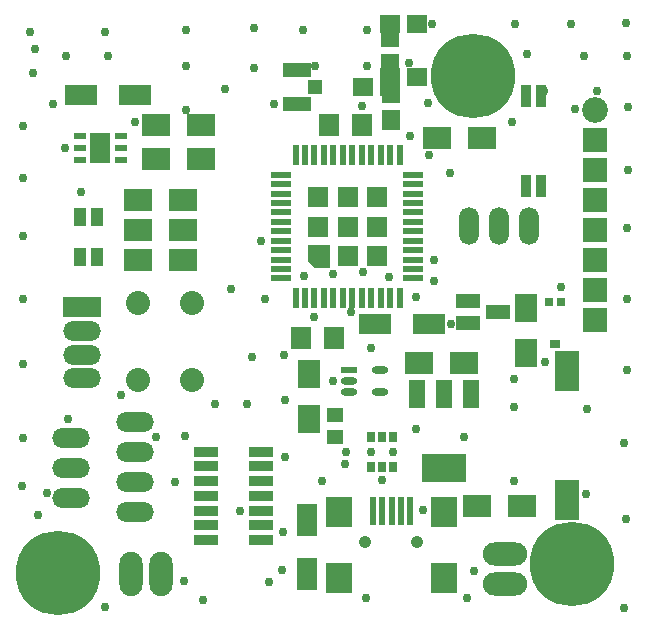
<source format=gbr>
G04 DesignSpark PCB Gerber Version 11.0 Build 5877*
%FSLAX33Y33*%
%MOIN*%
%ADD18O,0.06600X0.12600*%
%ADD72O,0.07687X0.14773*%
%ADD22O,0.05400X0.02400*%
%ADD19O,0.12600X0.06600*%
%ADD92O,0.14773X0.07687*%
%ADD12R,0.02175X0.06899*%
%ADD75R,0.02175X0.09700*%
%ADD78R,0.02600X0.03650*%
%ADD20R,0.03600X0.07600*%
%ADD24R,0.04000X0.06000*%
%ADD73R,0.05300X0.09300*%
%ADD91R,0.06100X0.06600*%
%ADD83R,0.06600X0.10600*%
%ADD84R,0.06600X0.10640*%
%ADD71R,0.06900X0.07690*%
%ADD26R,0.06900X0.10400*%
%ADD23R,0.07600X0.09600*%
%ADD28R,0.08474X0.13198*%
%ADD77R,0.08500X0.10400*%
%ADD15R,0.03750X0.03750*%
%ADD13R,0.06899X0.02175*%
%ADD25R,0.04000X0.02200*%
%ADD21R,0.05400X0.02400*%
%ADD79R,0.02800X0.02600*%
%ADD80R,0.03400X0.02600*%
%ADD17R,0.08474X0.03356*%
%ADD88R,0.04700X0.04500*%
%ADD29R,0.08474X0.04537*%
%ADD89R,0.09300X0.04700*%
%ADD93R,0.05303X0.04800*%
%ADD90R,0.06600X0.06100*%
%ADD85R,0.10600X0.06600*%
%ADD86R,0.10640X0.06600*%
%ADD87R,0.12600X0.06600*%
%ADD27R,0.09600X0.07600*%
%ADD14R,0.06899X0.06899*%
%ADD82R,0.08474X0.08474*%
%ADD16C,0.00100*%
%ADD10C,0.02962*%
%ADD76C,0.04143*%
%ADD70C,0.08000*%
%ADD81C,0.08600*%
%ADD11C,0.28159*%
%ADD74R,0.14800X0.09300*%
X0Y0D02*
D02*
D10*
X321Y508D03*
X324Y668D03*
Y917D03*
Y1132D03*
Y1342D03*
Y1536D03*
Y1709D03*
X350Y2024D03*
X358Y1886D03*
X366Y1967D03*
X377Y411D03*
X405Y486D03*
X427Y1784D03*
X466Y1637D03*
X468Y1941D03*
X477Y733D03*
X519Y1489D03*
X535Y299D03*
X598Y2024D03*
X600Y107D03*
X610Y1941D03*
X651Y812D03*
X700Y1724D03*
X770Y673D03*
X833Y524D03*
X862Y194D03*
X865Y677D03*
X869Y1764D03*
X870Y1909D03*
Y2028D03*
X927Y128D03*
X966Y783D03*
X999Y1831D03*
X1018Y1166D03*
X1049Y427D03*
X1073Y784D03*
X1090Y938D03*
X1094Y1902D03*
Y2035D03*
X1119Y1327D03*
X1133Y1134D03*
X1144Y189D03*
X1161Y1781D03*
X1189Y230D03*
X1191Y356D03*
X1196Y945D03*
X1198Y607D03*
Y797D03*
X1259Y2028D03*
X1263Y1209D03*
X1297Y1073D03*
X1299Y1909D03*
X1323Y525D03*
X1358Y859D03*
X1360Y1216D03*
Y1217D03*
X1400Y582D03*
X1402Y623D03*
X1419Y1088D03*
X1454Y1777D03*
X1458Y1221D03*
X1469Y135D03*
X1472Y1909D03*
Y2028D03*
X1484Y969D03*
X1485Y623D03*
X1523Y530D03*
X1546Y1205D03*
X1560Y622D03*
X1613Y1918D03*
X1616Y1677D03*
X1636Y1139D03*
X1637Y699D03*
X1659Y428D03*
X1674Y1785D03*
X1680Y1612D03*
X1688Y2048D03*
X1696Y1192D03*
Y1264D03*
X1749Y1554D03*
X1753Y1048D03*
X1794Y671D03*
X1806Y135D03*
X1828Y227D03*
X1957Y1724D03*
X1961Y527D03*
X1962Y771D03*
Y867D03*
X1966Y2050D03*
X2005Y1948D03*
X2062Y1827D03*
X2065Y922D03*
X2119Y1171D03*
X2152Y2048D03*
X2167Y1767D03*
X2194Y1944D03*
X2203Y482D03*
X2207Y767D03*
X2239Y1826D03*
X2328Y103D03*
X2330Y653D03*
X2336Y2051D03*
X2337Y400D03*
X2338Y1944D03*
X2339Y897D03*
Y1133D03*
X2340Y1370D03*
X2341Y1562D03*
X2342Y1772D03*
D02*
D11*
X441Y220D03*
X1826Y1876D03*
X2156Y248D03*
D02*
D12*
X1234Y1137D03*
Y1611D03*
X1266Y1137D03*
Y1611D03*
X1297Y1137D03*
Y1611D03*
X1329Y1137D03*
Y1611D03*
X1360Y1137D03*
Y1611D03*
X1392Y1137D03*
Y1611D03*
X1423Y1137D03*
Y1611D03*
X1455Y1137D03*
Y1611D03*
X1486Y1137D03*
Y1611D03*
X1518Y1137D03*
Y1611D03*
X1549Y1137D03*
Y1611D03*
X1581Y1137D03*
Y1611D03*
D02*
D13*
X1186Y1201D03*
Y1232D03*
Y1264D03*
Y1295D03*
Y1327D03*
Y1358D03*
Y1390D03*
Y1421D03*
Y1453D03*
Y1484D03*
Y1516D03*
Y1547D03*
X1627Y1201D03*
Y1232D03*
Y1264D03*
Y1295D03*
Y1327D03*
Y1358D03*
Y1390D03*
Y1421D03*
Y1453D03*
Y1484D03*
Y1516D03*
Y1547D03*
D02*
D14*
X1309Y1374D03*
Y1472D03*
X1408Y1276D03*
Y1374D03*
Y1472D03*
X1506Y1276D03*
Y1374D03*
Y1472D03*
D02*
D15*
X1309Y1276D03*
D02*
D16*
X1274Y1311D02*
X1345D01*
Y1240D01*
X1294D01*
X1274Y1260D01*
Y1311D01*
G36*
X1274Y1311D02*
X1345D01*
Y1240D01*
X1294D01*
X1274Y1260D01*
Y1311D01*
G37*
D02*
D17*
X936Y329D03*
Y378D03*
Y427D03*
Y476D03*
Y526D03*
Y575D03*
Y624D03*
X1118Y329D03*
Y378D03*
Y427D03*
Y476D03*
Y526D03*
Y575D03*
Y624D03*
D02*
D18*
X1813Y1376D03*
X1913D03*
X2013D03*
D02*
D19*
X487Y468D03*
Y568D03*
Y668D03*
X522Y868D03*
Y947D03*
Y1026D03*
X698Y424D03*
Y524D03*
Y624D03*
Y724D03*
D02*
D70*
X710Y862D03*
Y1118D03*
X888Y862D03*
Y1118D03*
D02*
D71*
X1252Y1001D03*
X1344Y1712D03*
X1363Y1001D03*
X1454Y1712D03*
D02*
D20*
X2002Y1509D03*
Y1809D03*
X2052Y1509D03*
Y1809D03*
D02*
D21*
X1413Y896D03*
D02*
D22*
Y822D03*
Y859D03*
X1516Y822D03*
X1517Y897D03*
D02*
D23*
X1279Y731D03*
Y881D03*
X2003Y951D03*
Y1101D03*
D02*
D24*
X515Y1271D03*
Y1407D03*
X571Y1271D03*
Y1407D03*
D02*
D25*
X516Y1596D03*
Y1637D03*
Y1676D03*
X651Y1597D03*
Y1637D03*
Y1676D03*
D02*
D26*
X583Y1637D03*
D02*
D27*
X708Y1363D03*
X708Y1462D03*
X709Y1264D03*
X770Y1599D03*
Y1712D03*
X858Y1363D03*
X858Y1462D03*
X859Y1264D03*
X920Y1599D03*
Y1712D03*
X1644Y920D03*
X1705Y1668D03*
X1794Y920D03*
X1838Y442D03*
X1855Y1668D03*
X1988Y442D03*
D02*
D28*
X2138Y891D03*
X2140Y463D03*
D02*
D29*
X1808Y1051D03*
Y1126D03*
X1908Y1088D03*
D02*
D72*
X687Y216D03*
X787D03*
D02*
D73*
X1638Y816D03*
X1728D03*
X1818D03*
D02*
D74*
X1729Y568D03*
D02*
D75*
X1491Y425D03*
X1522D03*
X1554D03*
X1585D03*
X1617D03*
D02*
D76*
X1467Y322D03*
X1640D03*
D02*
D77*
X1379Y204D03*
Y421D03*
X1729Y204D03*
Y421D03*
D02*
D78*
X1485Y571D03*
Y671D03*
X1523Y571D03*
Y671D03*
X1560Y571D03*
Y671D03*
D02*
D79*
X2078Y1122D03*
X2118D03*
D02*
D80*
X2098Y983D03*
D02*
D81*
X2233Y1762D03*
D02*
D82*
Y1062D03*
Y1162D03*
Y1262D03*
Y1362D03*
Y1462D03*
Y1562D03*
Y1662D03*
D02*
D83*
X1273Y395D03*
D02*
D84*
Y215D03*
D02*
D85*
X518Y1812D03*
X1678Y1048D03*
D02*
D86*
X698Y1812D03*
X1498Y1048D03*
D02*
D87*
X522Y1105D03*
D02*
D88*
X1298Y1839D03*
D02*
D89*
X1238Y1781D03*
Y1897D03*
D02*
D90*
X1458Y1839D03*
X1548D03*
X1549Y1874D03*
Y2050D03*
X1639Y1874D03*
Y2050D03*
D02*
D91*
X1548Y1917D03*
Y2007D03*
X1553Y1729D03*
Y1819D03*
D02*
D92*
X1933Y184D03*
Y284D03*
D02*
D93*
X1367Y672D03*
Y747D03*
X0Y0D02*
M02*

</source>
